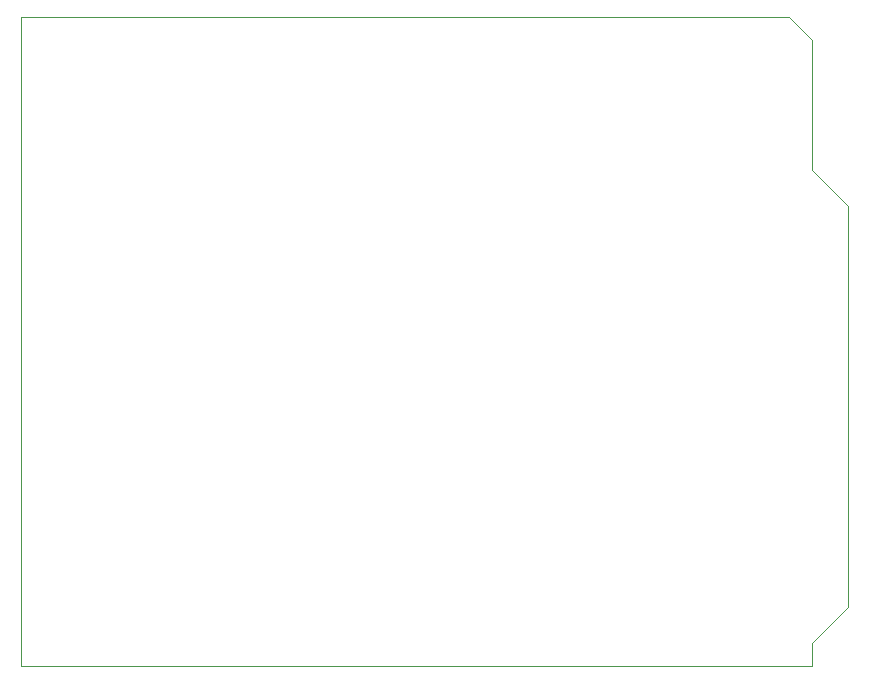
<source format=gbr>
%TF.GenerationSoftware,KiCad,Pcbnew,(5.1.5)-3*%
%TF.CreationDate,2020-05-16T21:05:58+02:00*%
%TF.ProjectId,30_PCB,33305f50-4342-42e6-9b69-6361645f7063,R0.7*%
%TF.SameCoordinates,Original*%
%TF.FileFunction,Profile,NP*%
%FSLAX46Y46*%
G04 Gerber Fmt 4.6, Leading zero omitted, Abs format (unit mm)*
G04 Created by KiCad (PCBNEW (5.1.5)-3) date 2020-05-16 21:05:58*
%MOMM*%
%LPD*%
G04 APERTURE LIST*
%ADD10C,0.050000*%
G04 APERTURE END LIST*
D10*
X112000000Y-121000000D02*
X179000000Y-121000000D01*
X112000000Y-66000000D02*
X112000000Y-121000000D01*
X179000000Y-119000000D02*
X179000000Y-121000000D01*
X182000000Y-116000000D02*
X179000000Y-119000000D01*
X182000000Y-82000000D02*
X182000000Y-116000000D01*
X179000000Y-79000000D02*
X182000000Y-82000000D01*
X179000000Y-68000000D02*
X179000000Y-79000000D01*
X177000000Y-66000000D02*
X179000000Y-68000000D01*
X112000000Y-66000000D02*
X177000000Y-66000000D01*
M02*

</source>
